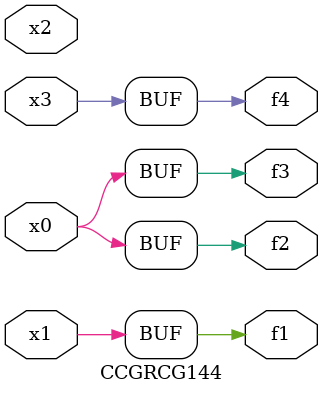
<source format=v>
module CCGRCG144(
	input x0, x1, x2, x3,
	output f1, f2, f3, f4
);
	assign f1 = x1;
	assign f2 = x0;
	assign f3 = x0;
	assign f4 = x3;
endmodule

</source>
